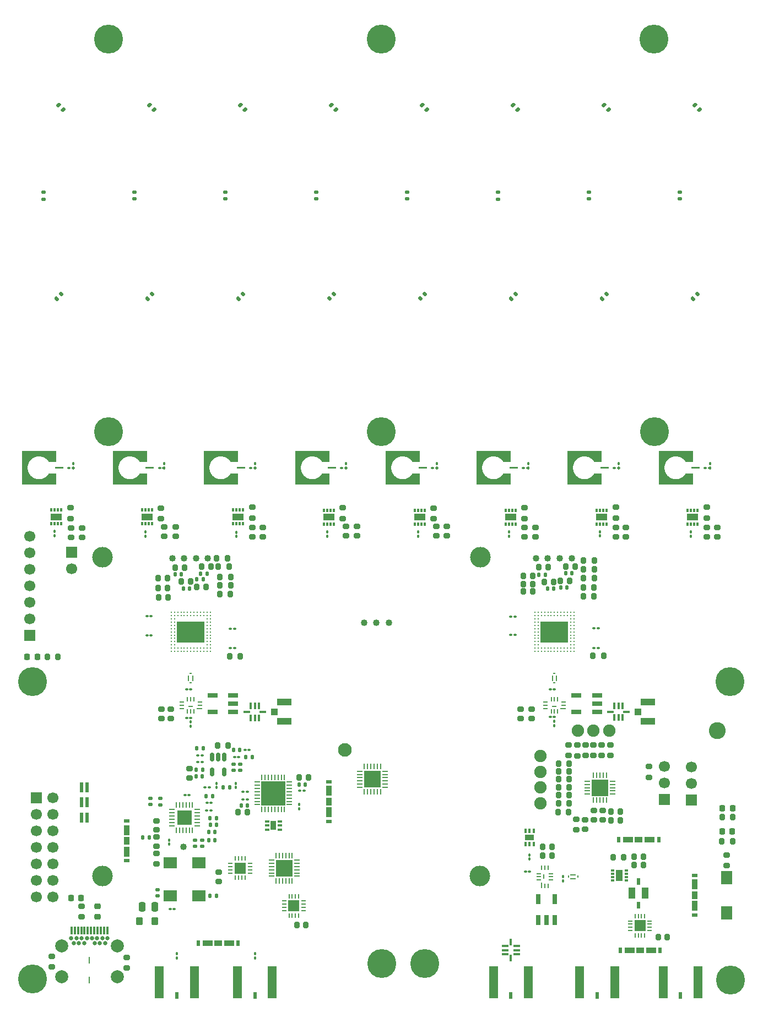
<source format=gbr>
%TF.GenerationSoftware,KiCad,Pcbnew,9.0.1*%
%TF.CreationDate,2025-06-02T14:00:06-06:00*%
%TF.ProjectId,PABA-DP,50414241-2d44-4502-9e6b-696361645f70,rev?*%
%TF.SameCoordinates,Original*%
%TF.FileFunction,Soldermask,Top*%
%TF.FilePolarity,Negative*%
%FSLAX46Y46*%
G04 Gerber Fmt 4.6, Leading zero omitted, Abs format (unit mm)*
G04 Created by KiCad (PCBNEW 9.0.1) date 2025-06-02 14:00:06*
%MOMM*%
%LPD*%
G01*
G04 APERTURE LIST*
G04 Aperture macros list*
%AMRoundRect*
0 Rectangle with rounded corners*
0 $1 Rounding radius*
0 $2 $3 $4 $5 $6 $7 $8 $9 X,Y pos of 4 corners*
0 Add a 4 corners polygon primitive as box body*
4,1,4,$2,$3,$4,$5,$6,$7,$8,$9,$2,$3,0*
0 Add four circle primitives for the rounded corners*
1,1,$1+$1,$2,$3*
1,1,$1+$1,$4,$5*
1,1,$1+$1,$6,$7*
1,1,$1+$1,$8,$9*
0 Add four rect primitives between the rounded corners*
20,1,$1+$1,$2,$3,$4,$5,0*
20,1,$1+$1,$4,$5,$6,$7,0*
20,1,$1+$1,$6,$7,$8,$9,0*
20,1,$1+$1,$8,$9,$2,$3,0*%
%AMRotRect*
0 Rectangle, with rotation*
0 The origin of the aperture is its center*
0 $1 length*
0 $2 width*
0 $3 Rotation angle, in degrees counterclockwise*
0 Add horizontal line*
21,1,$1,$2,0,0,$3*%
%AMFreePoly0*
4,1,13,0.160386,0.511434,0.161850,0.507898,0.161850,-0.787502,0.160386,-0.791038,0.156850,-0.792502,-0.109850,-0.792502,-0.113386,-0.791038,-0.114850,-0.787502,-0.114850,0.507898,-0.113386,0.511434,-0.109850,0.512898,0.156850,0.512898,0.160386,0.511434,0.160386,0.511434,$1*%
%AMFreePoly1*
4,1,44,3.984816,-0.982948,2.262816,-0.982948,2.262130,0.108387,2.373903,0.176308,2.577791,0.340114,2.755029,0.532439,2.901670,0.749000,3.014449,0.984973,3.090853,1.235103,3.129180,1.493818,3.128578,1.755356,3.089058,2.013891,3.011503,2.263666,2.897638,2.499117,2.750000,2.715000,2.571877,2.906507,2.367237,3.069371,2.140637,3.199966,1.897126,3.295384,1.642125,3.353497,
1.381316,3.373014,1.120507,3.353497,0.865506,3.295384,0.621995,3.199966,0.395395,3.069371,0.190755,2.906507,0.012632,2.715000,-0.135006,2.499117,-0.248871,2.263666,-0.326426,2.013891,-0.365946,1.755356,-0.366548,1.493818,-0.328221,1.235103,-0.251817,0.984973,-0.139038,0.749000,0.007603,0.532439,0.184841,0.340114,0.388729,0.176308,0.500502,0.108387,0.500502,-0.981914,
-1.222184,-0.982948,-1.222184,4.224052,3.984816,4.224052,3.984816,-0.982948,3.984816,-0.982948,$1*%
G04 Aperture macros list end*
%ADD10FreePoly0,90.000000*%
%ADD11FreePoly1,90.000000*%
%ADD12R,4.241800X3.251200*%
%ADD13R,0.254000X0.254000*%
%ADD14R,1.050000X1.000000*%
%ADD15R,2.200000X1.050000*%
%ADD16R,0.300000X0.750000*%
%ADD17R,1.450000X0.850000*%
%ADD18R,1.800000X2.000000*%
%ADD19R,0.300000X0.600000*%
%ADD20R,1.700000X1.100000*%
%ADD21R,0.600000X0.300000*%
%ADD22R,1.100000X1.700000*%
%ADD23R,0.610000X0.990000*%
%ADD24R,0.990000X1.750000*%
%ADD25RoundRect,0.140000X-0.140000X-0.170000X0.140000X-0.170000X0.140000X0.170000X-0.140000X0.170000X0*%
%ADD26RoundRect,0.135000X0.135000X0.185000X-0.135000X0.185000X-0.135000X-0.185000X0.135000X-0.185000X0*%
%ADD27RoundRect,0.100000X-0.100000X0.130000X-0.100000X-0.130000X0.100000X-0.130000X0.100000X0.130000X0*%
%ADD28RoundRect,0.100000X0.130000X0.100000X-0.130000X0.100000X-0.130000X-0.100000X0.130000X-0.100000X0*%
%ADD29C,4.445000*%
%ADD30RoundRect,0.196250X-0.196250X-0.278750X0.196250X-0.278750X0.196250X0.278750X-0.196250X0.278750X0*%
%ADD31RoundRect,0.197500X-0.197500X-0.277500X0.197500X-0.277500X0.197500X0.277500X-0.197500X0.277500X0*%
%ADD32RoundRect,0.135000X-0.226274X-0.035355X-0.035355X-0.226274X0.226274X0.035355X0.035355X0.226274X0*%
%ADD33RotRect,0.599948X0.400050X135.000000*%
%ADD34RoundRect,0.200000X-0.275000X0.200000X-0.275000X-0.200000X0.275000X-0.200000X0.275000X0.200000X0*%
%ADD35C,0.150000*%
%ADD36R,0.599948X0.400050*%
%ADD37R,0.600000X0.900000*%
%ADD38R,1.500000X0.900000*%
%ADD39R,1.200000X0.900000*%
%ADD40RoundRect,0.135000X-0.035355X0.226274X-0.226274X0.035355X0.035355X-0.226274X0.226274X-0.035355X0*%
%ADD41RoundRect,0.200000X-0.200000X-0.275000X0.200000X-0.275000X0.200000X0.275000X-0.200000X0.275000X0*%
%ADD42R,1.700000X1.700000*%
%ADD43C,1.700000*%
%ADD44C,3.175000*%
%ADD45RoundRect,0.196250X-0.278750X0.196250X-0.278750X-0.196250X0.278750X-0.196250X0.278750X0.196250X0*%
%ADD46RoundRect,0.197500X-0.277500X0.197500X-0.277500X-0.197500X0.277500X-0.197500X0.277500X0.197500X0*%
%ADD47RoundRect,0.140000X0.140000X0.170000X-0.140000X0.170000X-0.140000X-0.170000X0.140000X-0.170000X0*%
%ADD48R,1.650000X0.760000*%
%ADD49RoundRect,0.100000X0.100000X-0.130000X0.100000X0.130000X-0.100000X0.130000X-0.100000X-0.130000X0*%
%ADD50RoundRect,0.140000X0.170000X-0.140000X0.170000X0.140000X-0.170000X0.140000X-0.170000X-0.140000X0*%
%ADD51RoundRect,0.200000X0.275000X-0.200000X0.275000X0.200000X-0.275000X0.200000X-0.275000X-0.200000X0*%
%ADD52C,1.016000*%
%ADD53RoundRect,0.150000X-0.150000X0.512500X-0.150000X-0.512500X0.150000X-0.512500X0.150000X0.512500X0*%
%ADD54R,0.609600X1.524000*%
%ADD55RoundRect,0.196250X0.196250X0.278750X-0.196250X0.278750X-0.196250X-0.278750X0.196250X-0.278750X0*%
%ADD56RoundRect,0.197500X0.197500X0.277500X-0.197500X0.277500X-0.197500X-0.277500X0.197500X-0.277500X0*%
%ADD57RoundRect,0.100000X-0.130000X-0.100000X0.130000X-0.100000X0.130000X0.100000X-0.130000X0.100000X0*%
%ADD58RoundRect,0.062500X-0.062500X0.312500X-0.062500X-0.312500X0.062500X-0.312500X0.062500X0.312500X0*%
%ADD59RoundRect,0.062500X-0.312500X0.062500X-0.312500X-0.062500X0.312500X-0.062500X0.312500X0.062500X0*%
%ADD60RoundRect,0.135000X-0.135000X-0.185000X0.135000X-0.185000X0.135000X0.185000X-0.135000X0.185000X0*%
%ADD61RoundRect,0.135000X0.185000X-0.135000X0.185000X0.135000X-0.185000X0.135000X-0.185000X-0.135000X0*%
%ADD62C,1.905000*%
%ADD63R,0.900000X0.600000*%
%ADD64R,0.900000X1.500000*%
%ADD65R,0.900000X1.200000*%
%ADD66RotRect,0.599948X0.400050X225.000000*%
%ADD67R,0.620000X1.000000*%
%ADD68R,1.400000X5.000000*%
%ADD69RoundRect,0.218750X0.256250X-0.218750X0.256250X0.218750X-0.256250X0.218750X-0.256250X-0.218750X0*%
%ADD70RoundRect,0.250000X0.250000X0.475000X-0.250000X0.475000X-0.250000X-0.475000X0.250000X-0.475000X0*%
%ADD71RoundRect,0.140000X-0.170000X0.140000X-0.170000X-0.140000X0.170000X-0.140000X0.170000X0.140000X0*%
%ADD72RoundRect,0.062500X0.312500X0.062500X-0.312500X0.062500X-0.312500X-0.062500X0.312500X-0.062500X0*%
%ADD73RoundRect,0.062500X0.062500X0.312500X-0.062500X0.312500X-0.062500X-0.312500X0.062500X-0.312500X0*%
%ADD74RoundRect,0.062500X-0.350000X-0.062500X0.350000X-0.062500X0.350000X0.062500X-0.350000X0.062500X0*%
%ADD75RoundRect,0.062500X-0.062500X-0.350000X0.062500X-0.350000X0.062500X0.350000X-0.062500X0.350000X0*%
%ADD76R,2.600000X2.600000*%
%ADD77RoundRect,0.200000X0.200000X0.275000X-0.200000X0.275000X-0.200000X-0.275000X0.200000X-0.275000X0*%
%ADD78C,2.100000*%
%ADD79R,0.350000X1.000000*%
%ADD80R,1.000000X0.350000*%
%ADD81R,0.274600X0.804800*%
%ADD82R,0.804800X0.274600*%
%ADD83R,2.200000X2.200000*%
%ADD84RoundRect,0.250000X-0.275000X-0.350000X0.275000X-0.350000X0.275000X0.350000X-0.275000X0.350000X0*%
%ADD85RoundRect,0.135000X0.226274X0.035355X0.035355X0.226274X-0.226274X-0.035355X-0.035355X-0.226274X0*%
%ADD86R,2.000000X1.800000*%
%ADD87R,0.300000X1.200000*%
%ADD88C,0.650000*%
%ADD89C,2.012000*%
%ADD90R,0.200000X1.000000*%
%ADD91C,2.600000*%
%ADD92RoundRect,0.218750X-0.218750X-0.256250X0.218750X-0.256250X0.218750X0.256250X-0.218750X0.256250X0*%
%ADD93RoundRect,0.196250X0.278750X-0.196250X0.278750X0.196250X-0.278750X0.196250X-0.278750X-0.196250X0*%
%ADD94RoundRect,0.197500X0.277500X-0.197500X0.277500X0.197500X-0.277500X0.197500X-0.277500X-0.197500X0*%
%ADD95R,0.250000X0.850000*%
%ADD96R,0.250000X0.750000*%
%ADD97R,0.650000X0.250000*%
%ADD98R,0.250000X0.770000*%
%ADD99R,0.760000X1.650000*%
%ADD100RoundRect,0.062500X-0.375000X-0.062500X0.375000X-0.062500X0.375000X0.062500X-0.375000X0.062500X0*%
%ADD101RoundRect,0.062500X-0.062500X-0.375000X0.062500X-0.375000X0.062500X0.375000X-0.062500X0.375000X0*%
%ADD102RoundRect,0.062500X0.062500X-0.350000X0.062500X0.350000X-0.062500X0.350000X-0.062500X-0.350000X0*%
%ADD103RoundRect,0.062500X0.350000X-0.062500X0.350000X0.062500X-0.350000X0.062500X-0.350000X-0.062500X0*%
%ADD104R,0.400000X0.250000*%
%ADD105R,0.250000X0.810000*%
%ADD106R,0.850000X0.250000*%
%ADD107R,0.750000X0.250000*%
%ADD108R,0.250000X0.650000*%
%ADD109R,0.770000X0.250000*%
%ADD110RoundRect,0.062500X-0.337500X-0.062500X0.337500X-0.062500X0.337500X0.062500X-0.337500X0.062500X0*%
%ADD111RoundRect,0.062500X-0.062500X-0.337500X0.062500X-0.337500X0.062500X0.337500X-0.062500X0.337500X0*%
%ADD112R,3.700000X3.700000*%
%ADD113R,0.750000X0.300000*%
%ADD114R,0.850000X1.450000*%
%ADD115R,0.250000X0.400000*%
%ADD116R,0.810000X0.250000*%
G04 APERTURE END LIST*
D10*
%TO.C,J7*%
X71278456Y-90151640D03*
D11*
X69987567Y-91509046D03*
%TD*%
D10*
%TO.C,J9*%
X127177325Y-90153678D03*
D11*
X125886436Y-91511084D03*
%TD*%
D10*
%TO.C,J3*%
X57325336Y-90157914D03*
D11*
X56034447Y-91515320D03*
%TD*%
D10*
%TO.C,J5*%
X113197994Y-90161829D03*
D11*
X111907105Y-91519235D03*
%TD*%
D10*
%TO.C,J4*%
X85257107Y-90162508D03*
D11*
X83966218Y-91519914D03*
%TD*%
D10*
%TO.C,J8*%
X99255004Y-90155715D03*
D11*
X97964115Y-91513121D03*
%TD*%
D10*
%TO.C,J6*%
X141143070Y-90168621D03*
D11*
X139852181Y-91526027D03*
%TD*%
D10*
%TO.C,J10*%
X155131393Y-90180056D03*
D11*
X153840504Y-91537462D03*
%TD*%
D12*
%TO.C,U9*%
X133589527Y-115348419D03*
D13*
X136589527Y-118348419D03*
X136089527Y-118348419D03*
X135589527Y-118348419D03*
X135089527Y-118348419D03*
X134589527Y-118348419D03*
X134089527Y-118348419D03*
X133589527Y-118348419D03*
X133089527Y-118348419D03*
X132589527Y-118348419D03*
X132089527Y-118348419D03*
X131589527Y-118348419D03*
X131089527Y-118348419D03*
X130589527Y-118348419D03*
X136589527Y-117848419D03*
X136089527Y-117848419D03*
X135589527Y-117848419D03*
X135089527Y-117848419D03*
X134589527Y-117848419D03*
X134089527Y-117848419D03*
X133589527Y-117848419D03*
X133089527Y-117848419D03*
X132589527Y-117848419D03*
X132089527Y-117848419D03*
X131589527Y-117848419D03*
X131089527Y-117848419D03*
X130589527Y-117848419D03*
X136589527Y-117348419D03*
X136089527Y-117348419D03*
X131089527Y-117348419D03*
X130589527Y-117348419D03*
X136589527Y-116848419D03*
X136089527Y-116848419D03*
X131089527Y-116848419D03*
X130589527Y-116848419D03*
X136589527Y-116348419D03*
X136089527Y-116348419D03*
X131089527Y-116348419D03*
X130589527Y-116348419D03*
X136589527Y-115848419D03*
X136089527Y-115848419D03*
X131089527Y-115848419D03*
X130589527Y-115848419D03*
X136589527Y-115348419D03*
X136089527Y-115348419D03*
X131089527Y-115348419D03*
X130589527Y-115348419D03*
X136589527Y-114848419D03*
X136089527Y-114848419D03*
X131089527Y-114848419D03*
X130589527Y-114848419D03*
X136589527Y-114348419D03*
X136089527Y-114348419D03*
X131089527Y-114348419D03*
X130589527Y-114348419D03*
X136589527Y-113848419D03*
X136089527Y-113848419D03*
X131089527Y-113848419D03*
X130589527Y-113848419D03*
X136589527Y-113348419D03*
X136089527Y-113348419D03*
X131089527Y-113348419D03*
X130589527Y-113348419D03*
X136589527Y-112848419D03*
X136089527Y-112848419D03*
X135589527Y-112848419D03*
X135089527Y-112848419D03*
X134589527Y-112848419D03*
X134089527Y-112848419D03*
X133589527Y-112848419D03*
X133089527Y-112848419D03*
X132589527Y-112848419D03*
X132089527Y-112848419D03*
X131589527Y-112848419D03*
X131089527Y-112848419D03*
X130589527Y-112848419D03*
X136589527Y-112348419D03*
X136089527Y-112348419D03*
X135589527Y-112348419D03*
X135089527Y-112348419D03*
X134589527Y-112348419D03*
X134089527Y-112348419D03*
X133589527Y-112348419D03*
X133089527Y-112348419D03*
X132589527Y-112348419D03*
X132089527Y-112348419D03*
X131589527Y-112348419D03*
X131089527Y-112348419D03*
X130589527Y-112348419D03*
%TD*%
D12*
%TO.C,U8*%
X77698857Y-115348419D03*
D13*
X80698857Y-118348419D03*
X80198857Y-118348419D03*
X79698857Y-118348419D03*
X79198857Y-118348419D03*
X78698857Y-118348419D03*
X78198857Y-118348419D03*
X77698857Y-118348419D03*
X77198857Y-118348419D03*
X76698857Y-118348419D03*
X76198857Y-118348419D03*
X75698857Y-118348419D03*
X75198857Y-118348419D03*
X74698857Y-118348419D03*
X80698857Y-117848419D03*
X80198857Y-117848419D03*
X79698857Y-117848419D03*
X79198857Y-117848419D03*
X78698857Y-117848419D03*
X78198857Y-117848419D03*
X77698857Y-117848419D03*
X77198857Y-117848419D03*
X76698857Y-117848419D03*
X76198857Y-117848419D03*
X75698857Y-117848419D03*
X75198857Y-117848419D03*
X74698857Y-117848419D03*
X80698857Y-117348419D03*
X80198857Y-117348419D03*
X75198857Y-117348419D03*
X74698857Y-117348419D03*
X80698857Y-116848419D03*
X80198857Y-116848419D03*
X75198857Y-116848419D03*
X74698857Y-116848419D03*
X80698857Y-116348419D03*
X80198857Y-116348419D03*
X75198857Y-116348419D03*
X74698857Y-116348419D03*
X80698857Y-115848419D03*
X80198857Y-115848419D03*
X75198857Y-115848419D03*
X74698857Y-115848419D03*
X80698857Y-115348419D03*
X80198857Y-115348419D03*
X75198857Y-115348419D03*
X74698857Y-115348419D03*
X80698857Y-114848419D03*
X80198857Y-114848419D03*
X75198857Y-114848419D03*
X74698857Y-114848419D03*
X80698857Y-114348419D03*
X80198857Y-114348419D03*
X75198857Y-114348419D03*
X74698857Y-114348419D03*
X80698857Y-113848419D03*
X80198857Y-113848419D03*
X75198857Y-113848419D03*
X74698857Y-113848419D03*
X80698857Y-113348419D03*
X80198857Y-113348419D03*
X75198857Y-113348419D03*
X74698857Y-113348419D03*
X80698857Y-112848419D03*
X80198857Y-112848419D03*
X79698857Y-112848419D03*
X79198857Y-112848419D03*
X78698857Y-112848419D03*
X78198857Y-112848419D03*
X77698857Y-112848419D03*
X77198857Y-112848419D03*
X76698857Y-112848419D03*
X76198857Y-112848419D03*
X75698857Y-112848419D03*
X75198857Y-112848419D03*
X74698857Y-112848419D03*
X80698857Y-112348419D03*
X80198857Y-112348419D03*
X79698857Y-112348419D03*
X79198857Y-112348419D03*
X78698857Y-112348419D03*
X78198857Y-112348419D03*
X77698857Y-112348419D03*
X77198857Y-112348419D03*
X76698857Y-112348419D03*
X76198857Y-112348419D03*
X75698857Y-112348419D03*
X75198857Y-112348419D03*
X74698857Y-112348419D03*
%TD*%
D14*
%TO.C,RX1*%
X90560137Y-127641759D03*
D15*
X92085138Y-126166758D03*
X92085138Y-129116760D03*
%TD*%
D14*
%TO.C,RX2*%
X146440137Y-127616359D03*
D15*
X147965138Y-126141358D03*
X147965138Y-129091360D03*
%TD*%
D16*
%TO.C,U12*%
X130425457Y-145980809D03*
X129775457Y-145980809D03*
X129125457Y-145980809D03*
X129125457Y-147980809D03*
X129775457Y-147980809D03*
X130425457Y-147980809D03*
D17*
X129775457Y-146980809D03*
%TD*%
D18*
%TO.C,S3*%
X160081717Y-158558384D03*
X160081717Y-153158384D03*
%TD*%
D19*
%TO.C,U15*%
X57767727Y-96605319D03*
X57267727Y-96605319D03*
X56767727Y-96605319D03*
X56267727Y-96605319D03*
X56267727Y-98705319D03*
X56767727Y-98705319D03*
X57267727Y-98705319D03*
X57767727Y-98705319D03*
D20*
X57017727Y-97655319D03*
%TD*%
D19*
%TO.C,U16*%
X71715377Y-96605319D03*
X71215377Y-96605319D03*
X70715377Y-96605319D03*
X70215377Y-96605319D03*
X70215377Y-98705319D03*
X70715377Y-98705319D03*
X71215377Y-98705319D03*
X71715377Y-98705319D03*
D20*
X70965377Y-97655319D03*
%TD*%
D19*
%TO.C,U20*%
X127611627Y-96642909D03*
X127111627Y-96642909D03*
X126611627Y-96642909D03*
X126111627Y-96642909D03*
X126111627Y-98742909D03*
X126611627Y-98742909D03*
X127111627Y-98742909D03*
X127611627Y-98742909D03*
D20*
X126861627Y-97692909D03*
%TD*%
D19*
%TO.C,U19*%
X113636547Y-96642909D03*
X113136547Y-96642909D03*
X112636547Y-96642909D03*
X112136547Y-96642909D03*
X112136547Y-98742909D03*
X112636547Y-98742909D03*
X113136547Y-98742909D03*
X113636547Y-98742909D03*
D20*
X112886547Y-97692909D03*
%TD*%
D21*
%TO.C,U13*%
X142531046Y-152031326D03*
X142531046Y-152531326D03*
X142531046Y-153031326D03*
X142531046Y-153531326D03*
X144631046Y-153531326D03*
X144631046Y-153031326D03*
X144631046Y-152531326D03*
X144631046Y-152031326D03*
D22*
X143581046Y-152781326D03*
%TD*%
D19*
%TO.C,U18*%
X99666547Y-96642909D03*
X99166547Y-96642909D03*
X98666547Y-96642909D03*
X98166547Y-96642909D03*
X98166547Y-98742909D03*
X98666547Y-98742909D03*
X99166547Y-98742909D03*
X99666547Y-98742909D03*
D20*
X98916547Y-97692909D03*
%TD*%
D19*
%TO.C,U22*%
X155561537Y-96642909D03*
X155061537Y-96642909D03*
X154561537Y-96642909D03*
X154061537Y-96642909D03*
X154061537Y-98742909D03*
X154561537Y-98742909D03*
X155061537Y-98742909D03*
X155561537Y-98742909D03*
D20*
X154811537Y-97692909D03*
%TD*%
D19*
%TO.C,U17*%
X85692997Y-96615989D03*
X85192997Y-96615989D03*
X84692997Y-96615989D03*
X84192997Y-96615989D03*
X84192997Y-98715989D03*
X84692997Y-98715989D03*
X85192997Y-98715989D03*
X85692997Y-98715989D03*
D20*
X84942997Y-97665989D03*
%TD*%
D19*
%TO.C,U21*%
X141575027Y-96649259D03*
X141075027Y-96649259D03*
X140575027Y-96649259D03*
X140075027Y-96649259D03*
X140075027Y-98749259D03*
X140575027Y-98749259D03*
X141075027Y-98749259D03*
X141575027Y-98749259D03*
D20*
X140825027Y-97699259D03*
%TD*%
D23*
%TO.C,FL3*%
X146478497Y-153706139D03*
D24*
X145461497Y-155521139D03*
D23*
X146478497Y-157336139D03*
D24*
X147495497Y-155521139D03*
%TD*%
D25*
%TO.C,C42*%
X135345677Y-106334176D03*
X136305677Y-106334176D03*
%TD*%
D26*
%TO.C,R117*%
X79550957Y-136525159D03*
X78530957Y-136525159D03*
%TD*%
D27*
%TO.C,C18*%
X59663728Y-89469420D03*
X59663728Y-90109420D03*
%TD*%
D28*
%TO.C,C51*%
X115502240Y-90150506D03*
X114862240Y-90150506D03*
%TD*%
%TO.C,R114*%
X79441037Y-135380889D03*
X78801037Y-135380889D03*
%TD*%
D29*
%TO.C,*%
X53400930Y-168754394D03*
%TD*%
D27*
%TO.C,R52*%
X84611200Y-138638769D03*
X84611200Y-139278769D03*
%TD*%
D29*
%TO.C,REF\u002A\u002A*%
X148922600Y-24169596D03*
%TD*%
D30*
%TO.C,C35*%
X75308100Y-105468600D03*
D31*
X76745600Y-105468600D03*
%TD*%
D27*
%TO.C,C156*%
X101574313Y-89479973D03*
X101574313Y-90119973D03*
%TD*%
D32*
%TO.C,R187*%
X99289074Y-34324539D03*
X100010322Y-35045787D03*
%TD*%
D33*
%TO.C,X13*%
X141590927Y-63424492D03*
X140955165Y-64060598D03*
%TD*%
D34*
%TO.C,R125*%
X59253373Y-96248778D03*
X59253373Y-97898778D03*
%TD*%
D35*
%TO.C,SNS2*%
X60274957Y-47464119D03*
X61172982Y-46566094D03*
%TD*%
D30*
%TO.C,C108*%
X94318963Y-137704605D03*
D31*
X95756463Y-137704605D03*
%TD*%
D36*
%TO.C,X8*%
X69039093Y-48726409D03*
X69038850Y-47827063D03*
%TD*%
D30*
%TO.C,C83*%
X131816950Y-149732200D03*
D31*
X133254450Y-149732200D03*
%TD*%
D37*
%TO.C,P19*%
X78874740Y-163203557D03*
D38*
X80274740Y-163203557D03*
D39*
X81924740Y-163203557D03*
D38*
X83574740Y-163203557D03*
D37*
X84974740Y-163203557D03*
%TD*%
D40*
%TO.C,R177*%
X141634948Y-63389820D03*
X140913700Y-64111068D03*
%TD*%
D41*
%TO.C,R39*%
X138058260Y-107119057D03*
X139708260Y-107119057D03*
%TD*%
D42*
%TO.C,P1*%
X53951459Y-140844486D03*
D43*
X56491459Y-140844486D03*
X53951459Y-143384486D03*
X56491459Y-143384486D03*
X53951459Y-145924486D03*
X56491459Y-145924486D03*
X53951459Y-148464486D03*
X56491459Y-148464486D03*
X53951459Y-151004486D03*
X56491459Y-151004486D03*
X53951459Y-153544486D03*
X56491459Y-153544486D03*
X53951459Y-156084486D03*
X56491459Y-156084486D03*
%TD*%
D44*
%TO.C,*%
X64174161Y-152897782D03*
%TD*%
D45*
%TO.C,C27*%
X73189863Y-127207645D03*
D46*
X73189863Y-128645145D03*
%TD*%
D27*
%TO.C,C82*%
X77698847Y-129188342D03*
X77698847Y-129828342D03*
%TD*%
%TO.C,C54*%
X126608558Y-99992750D03*
X126608558Y-100632750D03*
%TD*%
D47*
%TO.C,C60*%
X86404447Y-142015200D03*
X85444447Y-142015200D03*
%TD*%
D28*
%TO.C,C84*%
X129775457Y-152194679D03*
X129135457Y-152194679D03*
%TD*%
D25*
%TO.C,C132*%
X80683040Y-143963998D03*
X81643040Y-143963998D03*
%TD*%
D27*
%TO.C,C47*%
X98677669Y-99974951D03*
X98677669Y-100614951D03*
%TD*%
D40*
%TO.C,R176*%
X71786172Y-63388368D03*
X71064924Y-64109616D03*
%TD*%
D30*
%TO.C,C7*%
X142254783Y-144305023D03*
D31*
X143692283Y-144305023D03*
%TD*%
D48*
%TO.C,T3*%
X140124855Y-125076349D03*
X140124855Y-126346349D03*
X140124855Y-127616349D03*
X136944855Y-127616349D03*
X136944855Y-125076349D03*
%TD*%
D49*
%TO.C,C57*%
X75541117Y-165479432D03*
X75541117Y-164839432D03*
%TD*%
D36*
%TO.C,X18*%
X83008073Y-48726919D03*
X83007830Y-47827573D03*
%TD*%
D45*
%TO.C,C106*%
X157011982Y-99303367D03*
D46*
X157011982Y-100740867D03*
%TD*%
D50*
%TO.C,C74*%
X84285467Y-136666688D03*
X84285467Y-135706688D03*
%TD*%
D25*
%TO.C,C45*%
X131209537Y-106582223D03*
X132169537Y-106582223D03*
%TD*%
D41*
%TO.C,R71*%
X134206467Y-138012329D03*
X135856467Y-138012329D03*
%TD*%
D25*
%TO.C,C37*%
X75310877Y-106524326D03*
X76270877Y-106524326D03*
%TD*%
D45*
%TO.C,C8*%
X139669502Y-142783097D03*
D46*
X139669502Y-144220597D03*
%TD*%
D27*
%TO.C,C25*%
X70703270Y-99994294D03*
X70703270Y-100634294D03*
%TD*%
D51*
%TO.C,R97*%
X136929179Y-145804087D03*
X136929179Y-144154087D03*
%TD*%
D28*
%TO.C,R70*%
X84422657Y-114865559D03*
X83782657Y-114865559D03*
%TD*%
D41*
%TO.C,R124*%
X142580510Y-150005172D03*
X144230510Y-150005172D03*
%TD*%
D28*
%TO.C,C61*%
X80534533Y-139278769D03*
X79894533Y-139278769D03*
%TD*%
D52*
%TO.C,MUXOUT1*%
X76562197Y-148415149D03*
%TD*%
D53*
%TO.C,A2*%
X82839377Y-134589679D03*
X81889377Y-134589679D03*
X80939377Y-134589679D03*
X80939377Y-136864679D03*
X82839377Y-136864679D03*
%TD*%
D54*
%TO.C,P15*%
X61745746Y-143876737D03*
X60932946Y-143876737D03*
%TD*%
D36*
%TO.C,X2*%
X55068073Y-48726919D03*
X55067830Y-47827573D03*
%TD*%
D44*
%TO.C,*%
X64167161Y-103893286D03*
%TD*%
D34*
%TO.C,R128*%
X101055532Y-96244029D03*
X101055532Y-97894029D03*
%TD*%
D45*
%TO.C,C104*%
X143024785Y-99281269D03*
D46*
X143024785Y-100718769D03*
%TD*%
D55*
%TO.C,C31*%
X77641477Y-107567554D03*
D56*
X76203977Y-107567554D03*
%TD*%
D57*
%TO.C,C69*%
X80187907Y-141602633D03*
X80827907Y-141602633D03*
%TD*%
D29*
%TO.C,*%
X160657969Y-168883127D03*
%TD*%
D40*
%TO.C,R169*%
X57817142Y-63397181D03*
X57095894Y-64118429D03*
%TD*%
D34*
%TO.C,R190*%
X140848097Y-132710059D03*
X140848097Y-134360059D03*
%TD*%
D45*
%TO.C,C101*%
X128964998Y-99323562D03*
D46*
X128964998Y-100761062D03*
%TD*%
D34*
%TO.C,R131*%
X143070603Y-96183300D03*
X143070603Y-97833300D03*
%TD*%
D28*
%TO.C,R35*%
X75148577Y-158002379D03*
X74508577Y-158002379D03*
%TD*%
D58*
%TO.C,U10*%
X147478557Y-159040789D03*
X146978557Y-159040789D03*
X146478557Y-159040789D03*
X145978557Y-159040789D03*
D59*
X145228557Y-159790789D03*
X145228557Y-160290789D03*
X145228557Y-160790789D03*
X145228557Y-161290789D03*
D58*
X145978557Y-162040789D03*
X146478557Y-162040789D03*
X146978557Y-162040789D03*
X147478557Y-162040789D03*
D59*
X148228557Y-161290789D03*
X148228557Y-160790789D03*
X148228557Y-160290789D03*
X148228557Y-159790789D03*
D42*
X146728557Y-160540789D03*
%TD*%
D60*
%TO.C,R116*%
X80079587Y-140613539D03*
X81099587Y-140613539D03*
%TD*%
D40*
%TO.C,R184*%
X99723860Y-63382715D03*
X99002612Y-64103963D03*
%TD*%
D27*
%TO.C,C55*%
X154559434Y-99968259D03*
X154559434Y-100608259D03*
%TD*%
D33*
%TO.C,X22*%
X155562707Y-63426272D03*
X154926945Y-64062378D03*
%TD*%
D28*
%TO.C,C63*%
X86379444Y-139917067D03*
X85739444Y-139917067D03*
%TD*%
D27*
%TO.C,C21*%
X115558178Y-89482763D03*
X115558178Y-90122763D03*
%TD*%
D61*
%TO.C,R182*%
X83004272Y-48774452D03*
X83004272Y-47754452D03*
%TD*%
D62*
%TO.C,W2*%
X131445757Y-136890409D03*
%TD*%
D36*
%TO.C,X3*%
X110948073Y-48726919D03*
X110947830Y-47827573D03*
%TD*%
D27*
%TO.C,C26*%
X84709757Y-100014766D03*
X84709757Y-100654766D03*
%TD*%
D50*
%TO.C,C16*%
X72605101Y-155965585D03*
X72605101Y-155005585D03*
%TD*%
D63*
%TO.C,P13*%
X98971909Y-144480080D03*
D64*
X98971909Y-143080080D03*
D65*
X98971909Y-141430080D03*
D64*
X98971909Y-139780080D03*
D63*
X98971909Y-138380080D03*
%TD*%
D49*
%TO.C,C85*%
X129775457Y-150290099D03*
X129775457Y-149650099D03*
%TD*%
D52*
%TO.C,CR1_1*%
X134428227Y-104019759D03*
%TD*%
D34*
%TO.C,R86*%
X67868962Y-165407892D03*
X67868962Y-167057892D03*
%TD*%
D29*
%TO.C,*%
X107012094Y-24169596D03*
%TD*%
D41*
%TO.C,R37*%
X81680722Y-104042971D03*
X83330722Y-104042971D03*
%TD*%
D45*
%TO.C,C97*%
X101543378Y-99103264D03*
D46*
X101543378Y-100540764D03*
%TD*%
D27*
%TO.C,C155*%
X73626260Y-89471341D03*
X73626260Y-90111341D03*
%TD*%
D66*
%TO.C,X15*%
X141234925Y-34368959D03*
X141871031Y-35004721D03*
%TD*%
%TO.C,X9*%
X127269258Y-34369069D03*
X127905364Y-35004831D03*
%TD*%
D35*
%TO.C,SNS3*%
X74231145Y-47467771D03*
X75129170Y-46569746D03*
%TD*%
D25*
%TO.C,C38*%
X78637253Y-107285070D03*
X79597253Y-107285070D03*
%TD*%
D67*
%TO.C,EXT_LO1*%
X75541117Y-171242504D03*
D68*
X72841117Y-169242504D03*
X78241117Y-169242504D03*
%TD*%
D55*
%TO.C,C11*%
X86404447Y-143101833D03*
D56*
X84966947Y-143101833D03*
%TD*%
D26*
%TO.C,R49*%
X83690356Y-139278769D03*
X82670356Y-139278769D03*
%TD*%
D30*
%TO.C,C86*%
X145832831Y-149912954D03*
D31*
X147270331Y-149912954D03*
%TD*%
D45*
%TO.C,C94*%
X73656800Y-99209199D03*
D46*
X73656800Y-100646699D03*
%TD*%
D69*
%TO.C,E2*%
X63372914Y-159152116D03*
X63372914Y-157577116D03*
%TD*%
D52*
%TO.C,SDO1*%
X106248957Y-113900359D03*
%TD*%
D63*
%TO.C,P5*%
X67860774Y-150548224D03*
D64*
X67860774Y-149148224D03*
D65*
X67860774Y-147498224D03*
D64*
X67860774Y-145848224D03*
D63*
X67860774Y-144448224D03*
%TD*%
D28*
%TO.C,C12*%
X86404447Y-141107779D03*
X85764447Y-141107779D03*
%TD*%
D41*
%TO.C,R47*%
X55664922Y-119150801D03*
X57314922Y-119150801D03*
%TD*%
D57*
%TO.C,R84*%
X139659097Y-114749739D03*
X140299097Y-114749739D03*
%TD*%
D30*
%TO.C,C43*%
X131203978Y-105396191D03*
D31*
X132641478Y-105396191D03*
%TD*%
D45*
%TO.C,C92*%
X59276870Y-99359083D03*
D46*
X59276870Y-100796583D03*
%TD*%
D30*
%TO.C,C76*%
X131816950Y-148367261D03*
D31*
X133254450Y-148367261D03*
%TD*%
D30*
%TO.C,C4*%
X142243805Y-142965736D03*
D31*
X143681305Y-142965736D03*
%TD*%
D34*
%TO.C,R132*%
X156999647Y-96184537D03*
X156999647Y-97834537D03*
%TD*%
D55*
%TO.C,C28*%
X130256346Y-109143096D03*
D56*
X128818846Y-109143096D03*
%TD*%
D70*
%TO.C,C15*%
X72134217Y-157589382D03*
X70234217Y-157589382D03*
%TD*%
D57*
%TO.C,R82*%
X139659607Y-117803829D03*
X140299607Y-117803829D03*
%TD*%
D71*
%TO.C,C64*%
X71526120Y-140937093D03*
X71526120Y-141897093D03*
%TD*%
D47*
%TO.C,C75*%
X85253067Y-133502049D03*
X84293067Y-133502049D03*
%TD*%
D61*
%TO.C,R185*%
X152853888Y-48779777D03*
X152853888Y-47759777D03*
%TD*%
D72*
%TO.C,U23*%
X86804177Y-152418259D03*
X86804177Y-151918259D03*
X86804177Y-151418259D03*
X86804177Y-150918259D03*
D73*
X86054177Y-150168259D03*
X85554177Y-150168259D03*
X85054177Y-150168259D03*
X84554177Y-150168259D03*
D72*
X83804177Y-150918259D03*
X83804177Y-151418259D03*
X83804177Y-151918259D03*
X83804177Y-152418259D03*
D73*
X84554177Y-153168259D03*
X85054177Y-153168259D03*
X85554177Y-153168259D03*
X86054177Y-153168259D03*
D42*
X85304177Y-151668259D03*
%TD*%
D27*
%TO.C,C53*%
X112634826Y-99981590D03*
X112634826Y-100621590D03*
%TD*%
D61*
%TO.C,R166*%
X55066920Y-48785063D03*
X55066920Y-47765063D03*
%TD*%
D74*
%TO.C,U25*%
X90108950Y-150418449D03*
X90108950Y-150918449D03*
X90108950Y-151418449D03*
X90108950Y-151918449D03*
X90108950Y-152418449D03*
X90108950Y-152918449D03*
D75*
X90796450Y-153605949D03*
X91296450Y-153605949D03*
X91796450Y-153605949D03*
X92296450Y-153605949D03*
X92796450Y-153605949D03*
X93296450Y-153605949D03*
D74*
X93983950Y-152918449D03*
X93983950Y-152418449D03*
X93983950Y-151918449D03*
X93983950Y-151418449D03*
X93983950Y-150918449D03*
X93983950Y-150418449D03*
D75*
X93296450Y-149730949D03*
X92796450Y-149730949D03*
X92296450Y-149730949D03*
X91796450Y-149730949D03*
X91296450Y-149730949D03*
X90796450Y-149730949D03*
D76*
X92046450Y-151668449D03*
%TD*%
D66*
%TO.C,X23*%
X99326091Y-34369403D03*
X99962197Y-35005165D03*
%TD*%
D54*
%TO.C,P14*%
X61757407Y-139214696D03*
X60944607Y-139214696D03*
%TD*%
D37*
%TO.C,P4*%
X143747042Y-164345861D03*
D38*
X145147042Y-164345861D03*
D39*
X146797042Y-164345861D03*
D38*
X148447042Y-164345861D03*
D37*
X149847042Y-164345861D03*
%TD*%
D62*
%TO.C,W7*%
X131445757Y-141680339D03*
%TD*%
D60*
%TO.C,R44*%
X70280847Y-146947029D03*
X71300847Y-146947029D03*
%TD*%
D77*
%TO.C,R20*%
X135856467Y-136796169D03*
X134206467Y-136796169D03*
%TD*%
D58*
%TO.C,U24*%
X94294957Y-155980289D03*
X93794957Y-155980289D03*
X93294957Y-155980289D03*
X92794957Y-155980289D03*
D59*
X92044957Y-156730289D03*
X92044957Y-157230289D03*
X92044957Y-157730289D03*
X92044957Y-158230289D03*
D58*
X92794957Y-158980289D03*
X93294957Y-158980289D03*
X93794957Y-158980289D03*
X94294957Y-158980289D03*
D59*
X95044957Y-158230289D03*
X95044957Y-157730289D03*
X95044957Y-157230289D03*
X95044957Y-156730289D03*
D42*
X93544957Y-157480289D03*
%TD*%
D30*
%TO.C,C9*%
X149520147Y-162294979D03*
D31*
X150957647Y-162294979D03*
%TD*%
D34*
%TO.C,R111*%
X56346935Y-165220114D03*
X56346935Y-166870114D03*
%TD*%
D35*
%TO.C,SNS8*%
X102184957Y-47464119D03*
X103082982Y-46566094D03*
%TD*%
D36*
%TO.C,X7*%
X124918073Y-48726919D03*
X124917830Y-47827573D03*
%TD*%
D47*
%TO.C,C33*%
X77545633Y-108667173D03*
X76585633Y-108667173D03*
%TD*%
D62*
%TO.C,W1*%
X131445757Y-134383169D03*
%TD*%
D29*
%TO.C,*%
X53400263Y-123016664D03*
%TD*%
D57*
%TO.C,R87*%
X86024717Y-133502049D03*
X86664717Y-133502049D03*
%TD*%
D44*
%TO.C,*%
X122178640Y-103876037D03*
%TD*%
D51*
%TO.C,R65*%
X148143717Y-137712879D03*
X148143717Y-136062879D03*
%TD*%
D71*
%TO.C,C65*%
X73016925Y-140966461D03*
X73016925Y-141926461D03*
%TD*%
D41*
%TO.C,R42*%
X138072897Y-104367299D03*
X139722897Y-104367299D03*
%TD*%
D77*
%TO.C,R69*%
X85299307Y-119081959D03*
X83649307Y-119081959D03*
%TD*%
D25*
%TO.C,C113*%
X80470608Y-147342205D03*
X81430608Y-147342205D03*
%TD*%
D27*
%TO.C,C134*%
X94391727Y-141891749D03*
X94391727Y-142531749D03*
%TD*%
D25*
%TO.C,C136*%
X94359217Y-138800736D03*
X95319217Y-138800736D03*
%TD*%
D35*
%TO.C,SNS6*%
X144094957Y-47464119D03*
X144992982Y-46566094D03*
%TD*%
D33*
%TO.C,X17*%
X85710927Y-63424492D03*
X85075165Y-64060598D03*
%TD*%
D40*
%TO.C,R186*%
X155606214Y-63390995D03*
X154884966Y-64112243D03*
%TD*%
D28*
%TO.C,C81*%
X77698847Y-128545329D03*
X77058847Y-128545329D03*
%TD*%
D35*
%TO.C,SNS5*%
X88214957Y-47464119D03*
X89112982Y-46566094D03*
%TD*%
D45*
%TO.C,C72*%
X77497987Y-136344505D03*
D46*
X77497987Y-137782005D03*
%TD*%
D78*
%TO.C,VTUNE1*%
X101407494Y-133501731D03*
%TD*%
D79*
%TO.C,FL5*%
X142784657Y-128516359D03*
X143434657Y-128516359D03*
X144084657Y-128516359D03*
D80*
X144634657Y-127616359D03*
D79*
X144084657Y-126716359D03*
X143434657Y-126716359D03*
X142784657Y-126716359D03*
D80*
X142234657Y-127616359D03*
%TD*%
D45*
%TO.C,C109*%
X82001904Y-152313042D03*
D46*
X82001904Y-153750542D03*
%TD*%
D27*
%TO.C,C157*%
X129543659Y-89479043D03*
X129543659Y-90119043D03*
%TD*%
D52*
%TO.C,CR2_0*%
X80340957Y-104019759D03*
%TD*%
D37*
%TO.C,P12*%
X143503600Y-147256558D03*
D38*
X144903600Y-147256558D03*
D39*
X146553600Y-147256558D03*
D38*
X148203600Y-147256558D03*
D37*
X149603600Y-147256558D03*
%TD*%
D30*
%TO.C,C32*%
X79343840Y-105301754D03*
D31*
X80781340Y-105301754D03*
%TD*%
D33*
%TO.C,X10*%
X127620927Y-63424492D03*
X126985165Y-64060598D03*
%TD*%
D61*
%TO.C,R171*%
X124906122Y-48788256D03*
X124906122Y-47768256D03*
%TD*%
D81*
%TO.C,U5*%
X77967838Y-141953899D03*
X77467839Y-141953899D03*
X76967838Y-141953899D03*
X76467838Y-141953899D03*
X75967837Y-141953899D03*
X75467838Y-141953899D03*
D82*
X74765439Y-142656298D03*
X74765439Y-143156297D03*
X74765439Y-143656298D03*
X74765439Y-144156298D03*
X74765439Y-144656299D03*
X74765439Y-145156298D03*
D81*
X75467838Y-145858697D03*
X75967837Y-145858697D03*
X76467838Y-145858697D03*
X76967838Y-145858697D03*
X77467839Y-145858697D03*
X77967838Y-145858697D03*
D82*
X78670237Y-145156298D03*
X78670237Y-144656299D03*
X78670237Y-144156298D03*
X78670237Y-143656298D03*
X78670237Y-143156297D03*
X78670237Y-142656298D03*
D83*
X76717838Y-143906298D03*
%TD*%
D51*
%TO.C,R78*%
X142168530Y-134353599D03*
X142168530Y-132703599D03*
%TD*%
D27*
%TO.C,C22*%
X143497078Y-89477623D03*
X143497078Y-90117623D03*
%TD*%
D45*
%TO.C,C100*%
X115405353Y-99099775D03*
D46*
X115405353Y-100537275D03*
%TD*%
D45*
%TO.C,C78*%
X130061913Y-127220149D03*
D46*
X130061913Y-128657649D03*
%TD*%
D25*
%TO.C,C34*%
X79230052Y-106362938D03*
X80190052Y-106362938D03*
%TD*%
D28*
%TO.C,C77*%
X133589517Y-124148802D03*
X132949517Y-124148802D03*
%TD*%
D84*
%TO.C,E1*%
X69834217Y-159841339D03*
X72134217Y-159841339D03*
%TD*%
D55*
%TO.C,C165*%
X74186440Y-110038096D03*
D56*
X72748940Y-110038096D03*
%TD*%
D77*
%TO.C,R38*%
X83590529Y-105334688D03*
X81940529Y-105334688D03*
%TD*%
D51*
%TO.C,R72*%
X137090389Y-134405132D03*
X137090389Y-132755132D03*
%TD*%
D33*
%TO.C,X12*%
X71742707Y-63426272D03*
X71106945Y-64062378D03*
%TD*%
D49*
%TO.C,C24*%
X56765671Y-100530452D03*
X56765671Y-99890452D03*
%TD*%
D33*
%TO.C,X20*%
X99680927Y-63424490D03*
X99045165Y-64060596D03*
%TD*%
D44*
%TO.C,*%
X122161643Y-152883285D03*
%TD*%
D33*
%TO.C,X5*%
X57770927Y-63424492D03*
X57135165Y-64060598D03*
%TD*%
D63*
%TO.C,P7*%
X155111516Y-158870716D03*
D64*
X155111516Y-157470716D03*
D65*
X155111516Y-155820716D03*
D64*
X155111516Y-154170716D03*
D63*
X155111516Y-152770716D03*
%TD*%
D52*
%TO.C,CR3_1*%
X130745227Y-104019759D03*
%TD*%
D48*
%TO.C,T1*%
X84219457Y-125101759D03*
X84219457Y-126371759D03*
X84219457Y-127641759D03*
X81039457Y-127641759D03*
X81039457Y-125101759D03*
%TD*%
D67*
%TO.C,TXIN1*%
X126910837Y-171242014D03*
D68*
X124210837Y-169242014D03*
X129610837Y-169242014D03*
%TD*%
D30*
%TO.C,C87*%
X145796603Y-151166429D03*
D31*
X147234103Y-151166429D03*
%TD*%
D85*
%TO.C,R179*%
X141921916Y-35051398D03*
X141200668Y-34330150D03*
%TD*%
D45*
%TO.C,C105*%
X158619117Y-99303367D03*
D46*
X158619117Y-100740867D03*
%TD*%
D45*
%TO.C,C103*%
X144547334Y-99274220D03*
D46*
X144547334Y-100711720D03*
%TD*%
D86*
%TO.C,Y1*%
X78934767Y-155924409D03*
X78934767Y-150844409D03*
X74534767Y-150844409D03*
X74534767Y-155924409D03*
%TD*%
D66*
%TO.C,X14*%
X85353595Y-34371240D03*
X85989701Y-35007002D03*
%TD*%
D87*
%TO.C,P16*%
X59377203Y-161236305D03*
X59877203Y-161236305D03*
X60377203Y-161236305D03*
X60877203Y-161236305D03*
X61377203Y-161236305D03*
X61877203Y-161236305D03*
X62377203Y-161236305D03*
X62877203Y-161236305D03*
X63377203Y-161236305D03*
X63877203Y-161236305D03*
X64377203Y-161236305D03*
X64877203Y-161236305D03*
D88*
X64927203Y-162486305D03*
X64527203Y-163186305D03*
X63727203Y-163186305D03*
X63327203Y-162486305D03*
X62927203Y-163186305D03*
X62527203Y-162486305D03*
X61727203Y-162486305D03*
X61327203Y-163186305D03*
X60927203Y-162486305D03*
X60527203Y-163186305D03*
X59727203Y-163186305D03*
X59327203Y-162486305D03*
X64127203Y-162486305D03*
X60127203Y-162486305D03*
D89*
X66397203Y-168366305D03*
X66397203Y-163636305D03*
X57857203Y-163636305D03*
X57857203Y-168366305D03*
D90*
X62127203Y-168916305D03*
X62127203Y-165816305D03*
%TD*%
D28*
%TO.C,R79*%
X127511807Y-113045399D03*
X126871807Y-113045399D03*
%TD*%
D50*
%TO.C,C73*%
X85298375Y-136665104D03*
X85298375Y-135705104D03*
%TD*%
D27*
%TO.C,C20*%
X87604464Y-89492537D03*
X87604464Y-90132537D03*
%TD*%
D49*
%TO.C,R46*%
X74419457Y-148008919D03*
X74419457Y-147368919D03*
%TD*%
D61*
%TO.C,R188*%
X96971779Y-48783778D03*
X96971779Y-47763778D03*
%TD*%
D29*
%TO.C,*%
X65087351Y-24169596D03*
%TD*%
D77*
%TO.C,R74*%
X135856467Y-141668360D03*
X134206467Y-141668360D03*
%TD*%
D62*
%TO.C,W3*%
X137190217Y-130537359D03*
%TD*%
D51*
%TO.C,R56*%
X160057735Y-151277824D03*
X160057735Y-149627824D03*
%TD*%
D91*
%TO.C,AGND3*%
X158598806Y-130537359D03*
%TD*%
D61*
%TO.C,R180*%
X138885821Y-48784725D03*
X138885821Y-47764725D03*
%TD*%
D27*
%TO.C,C80*%
X134886155Y-153008989D03*
X134886155Y-153648989D03*
%TD*%
D28*
%TO.C,C79*%
X77698847Y-124200418D03*
X77058847Y-124200418D03*
%TD*%
D45*
%TO.C,C93*%
X75391100Y-99218647D03*
D46*
X75391100Y-100656147D03*
%TD*%
D92*
%TO.C,DS4*%
X59295486Y-156263754D03*
X60870486Y-156263754D03*
%TD*%
D80*
%TO.C,FL7*%
X127810837Y-164922769D03*
X127810837Y-164272769D03*
X127810837Y-163622769D03*
D79*
X126910837Y-163072769D03*
D80*
X126010837Y-163622769D03*
X126010837Y-164272769D03*
X126010837Y-164922769D03*
D79*
X126910837Y-165472769D03*
%TD*%
D71*
%TO.C,C111*%
X79417741Y-147379829D03*
X79417741Y-148339829D03*
%TD*%
D92*
%TO.C,DS1*%
X52539751Y-119216011D03*
X54114751Y-119216011D03*
%TD*%
D77*
%TO.C,R34*%
X83839237Y-108186386D03*
X82189237Y-108186386D03*
%TD*%
D29*
%TO.C,*%
X148926585Y-84573339D03*
%TD*%
D28*
%TO.C,C162*%
X157421448Y-90147422D03*
X156781448Y-90147422D03*
%TD*%
D61*
%TO.C,R172*%
X69037374Y-48781223D03*
X69037374Y-47761223D03*
%TD*%
D30*
%TO.C,C36*%
X78649291Y-108457796D03*
D31*
X80086791Y-108457796D03*
%TD*%
D27*
%TO.C,C58*%
X87548207Y-164840059D03*
X87548207Y-165480059D03*
%TD*%
D32*
%TO.C,R175*%
X71341122Y-34321861D03*
X72062370Y-35043109D03*
%TD*%
D67*
%TO.C,LO_OUT1*%
X87548207Y-171242506D03*
D68*
X84848207Y-169242506D03*
X90248207Y-169242506D03*
%TD*%
D35*
%TO.C,SNS4*%
X130124957Y-47464119D03*
X131022982Y-46566094D03*
%TD*%
D52*
%TO.C,CR4_0*%
X76694027Y-104019759D03*
%TD*%
D77*
%TO.C,R136*%
X160974007Y-147570504D03*
X159324007Y-147570504D03*
%TD*%
%TO.C,R83*%
X141177787Y-119040049D03*
X139527787Y-119040049D03*
%TD*%
D27*
%TO.C,C90*%
X133588870Y-129131618D03*
X133588870Y-129771618D03*
%TD*%
D61*
%TO.C,R167*%
X110946787Y-48784369D03*
X110946787Y-47764369D03*
%TD*%
D28*
%TO.C,R68*%
X84422657Y-117862759D03*
X83782657Y-117862759D03*
%TD*%
%TO.C,C161*%
X129472057Y-90162450D03*
X128832057Y-90162450D03*
%TD*%
D27*
%TO.C,R48*%
X81646293Y-138638769D03*
X81646293Y-139278769D03*
%TD*%
D77*
%TO.C,R43*%
X139719237Y-105735860D03*
X138069237Y-105735860D03*
%TD*%
D42*
%TO.C,P3*%
X59408307Y-103110150D03*
D43*
X59408307Y-105650150D03*
%TD*%
D34*
%TO.C,R127*%
X87180483Y-96175205D03*
X87180483Y-97825205D03*
%TD*%
D42*
%TO.C,P18*%
X52926737Y-115886353D03*
D43*
X52926737Y-113346353D03*
X52926737Y-110806353D03*
X52926737Y-108266353D03*
X52926737Y-105726353D03*
X52926737Y-103186353D03*
X52926737Y-100646353D03*
%TD*%
D57*
%TO.C,R115*%
X78801037Y-134320983D03*
X79441037Y-134320983D03*
%TD*%
D93*
%TO.C,C19*%
X72467207Y-145812669D03*
D94*
X72467207Y-144375169D03*
%TD*%
D66*
%TO.C,X6*%
X57413930Y-34372549D03*
X58050036Y-35008311D03*
%TD*%
D52*
%TO.C,CR3_0*%
X74854557Y-104019759D03*
%TD*%
D95*
%TO.C,U7*%
X131621017Y-154328049D03*
D96*
X132121017Y-154378049D03*
X132621017Y-154378049D03*
D97*
X133046017Y-153503049D03*
X133046017Y-153003049D03*
X133046017Y-152503049D03*
D96*
X132621017Y-151628049D03*
X132121017Y-151628049D03*
X131621017Y-151628049D03*
D97*
X131196017Y-152503049D03*
X131196017Y-153003049D03*
X131196017Y-153503049D03*
D98*
X131971017Y-153003049D03*
%TD*%
D99*
%TO.C,T2*%
X133626097Y-159639579D03*
X132356097Y-159639579D03*
X131086097Y-159639579D03*
X131086097Y-156459579D03*
X133626097Y-156459579D03*
%TD*%
D36*
%TO.C,X21*%
X152859093Y-48726409D03*
X152858850Y-47827063D03*
%TD*%
%TO.C,X16*%
X138888073Y-48726919D03*
X138887830Y-47827573D03*
%TD*%
D28*
%TO.C,C89*%
X133593221Y-128402740D03*
X132953221Y-128402740D03*
%TD*%
D34*
%TO.C,R129*%
X114999541Y-96290085D03*
X114999541Y-97940085D03*
%TD*%
D100*
%TO.C,U3*%
X138665797Y-138300842D03*
X138665797Y-138800842D03*
X138665797Y-139300842D03*
X138665797Y-139800842D03*
X138665797Y-140300842D03*
D101*
X139603297Y-141238342D03*
X140103297Y-141238342D03*
X140603297Y-141238342D03*
X141103297Y-141238342D03*
X141603297Y-141238342D03*
D100*
X142540797Y-140300842D03*
X142540797Y-139800842D03*
X142540797Y-139300842D03*
X142540797Y-138800842D03*
X142540797Y-138300842D03*
D101*
X141603297Y-137363342D03*
X141103297Y-137363342D03*
X140603297Y-137363342D03*
X140103297Y-137363342D03*
X139603297Y-137363342D03*
D76*
X140603297Y-139300842D03*
%TD*%
D66*
%TO.C,X11*%
X71384643Y-34367956D03*
X72020749Y-35003718D03*
%TD*%
D55*
%TO.C,C30*%
X130240044Y-106779244D03*
D56*
X128802544Y-106779244D03*
%TD*%
D67*
%TO.C,OUT2*%
X140147547Y-171238003D03*
D68*
X137447547Y-169238003D03*
X142847547Y-169238003D03*
%TD*%
D41*
%TO.C,R73*%
X134206467Y-135584339D03*
X135856467Y-135584339D03*
%TD*%
D77*
%TO.C,R66*%
X83801454Y-109548074D03*
X82151454Y-109548074D03*
%TD*%
D29*
%TO.C,*%
X65094613Y-84568055D03*
%TD*%
D45*
%TO.C,C102*%
X130720158Y-99281269D03*
D46*
X130720158Y-100718769D03*
%TD*%
D34*
%TO.C,R85*%
X138355845Y-132731432D03*
X138355845Y-134381432D03*
%TD*%
D25*
%TO.C,C46*%
X134562337Y-108522448D03*
X135522337Y-108522448D03*
%TD*%
%TO.C,C133*%
X80706934Y-144975449D03*
X81666934Y-144975449D03*
%TD*%
D34*
%TO.C,R88*%
X60898802Y-157503772D03*
X60898802Y-159153772D03*
%TD*%
D62*
%TO.C,W6*%
X142022067Y-130537359D03*
%TD*%
D41*
%TO.C,R40*%
X138047282Y-108491277D03*
X139697282Y-108491277D03*
%TD*%
D25*
%TO.C,C131*%
X80484596Y-146148628D03*
X81444596Y-146148628D03*
%TD*%
D92*
%TO.C,DS3*%
X159361507Y-146006174D03*
X160936507Y-146006174D03*
%TD*%
D36*
%TO.C,X24*%
X96978073Y-48726919D03*
X96977830Y-47827573D03*
%TD*%
D45*
%TO.C,C96*%
X88767647Y-99291775D03*
D46*
X88767647Y-100729275D03*
%TD*%
D28*
%TO.C,C49*%
X59632852Y-90144472D03*
X58992852Y-90144472D03*
%TD*%
D77*
%TO.C,R62*%
X161014167Y-143839339D03*
X159364167Y-143839339D03*
%TD*%
D41*
%TO.C,R192*%
X134114462Y-143032363D03*
X135764462Y-143032363D03*
%TD*%
D52*
%TO.C,SCLK1*%
X108153957Y-113900359D03*
%TD*%
D62*
%TO.C,W5*%
X139599667Y-130537359D03*
%TD*%
D77*
%TO.C,R80*%
X139686304Y-109863497D03*
X138036304Y-109863497D03*
%TD*%
D28*
%TO.C,C50*%
X87570455Y-90165501D03*
X86930455Y-90165501D03*
%TD*%
D102*
%TO.C,U26*%
X104387812Y-139950611D03*
X104887812Y-139950611D03*
X105387812Y-139950611D03*
X105887812Y-139950611D03*
X106387812Y-139950611D03*
X106887812Y-139950611D03*
D103*
X107575312Y-139263111D03*
X107575312Y-138763111D03*
X107575312Y-138263111D03*
X107575312Y-137763111D03*
X107575312Y-137263111D03*
X107575312Y-136763111D03*
D102*
X106887812Y-136075611D03*
X106387812Y-136075611D03*
X105887812Y-136075611D03*
X105387812Y-136075611D03*
X104887812Y-136075611D03*
X104387812Y-136075611D03*
D103*
X103700312Y-136763111D03*
X103700312Y-137263111D03*
X103700312Y-137763111D03*
X103700312Y-138263111D03*
X103700312Y-138763111D03*
X103700312Y-139263111D03*
D76*
X105637812Y-138013111D03*
%TD*%
D47*
%TO.C,C70*%
X79604107Y-133207659D03*
X78644107Y-133207659D03*
%TD*%
D52*
%TO.C,CR2_1*%
X136231627Y-104019759D03*
%TD*%
%TO.C,SDIO1*%
X104343957Y-113900359D03*
%TD*%
D66*
%TO.C,X1*%
X113296643Y-34371830D03*
X113932749Y-35007592D03*
%TD*%
D50*
%TO.C,C67*%
X78385794Y-148346045D03*
X78385794Y-147386045D03*
%TD*%
D40*
%TO.C,R174*%
X127664581Y-63393416D03*
X126943333Y-64114664D03*
%TD*%
D55*
%TO.C,C166*%
X74118085Y-108564889D03*
D56*
X72680585Y-108564889D03*
%TD*%
D27*
%TO.C,C56*%
X140575027Y-99948952D03*
X140575027Y-100588952D03*
%TD*%
D47*
%TO.C,C41*%
X133502647Y-108673770D03*
X132542647Y-108673770D03*
%TD*%
D45*
%TO.C,C95*%
X87188707Y-99291775D03*
D46*
X87188707Y-100729275D03*
%TD*%
D28*
%TO.C,C52*%
X143435918Y-90152676D03*
X142795918Y-90152676D03*
%TD*%
D57*
%TO.C,C107*%
X94438434Y-139739611D03*
X95078434Y-139739611D03*
%TD*%
D62*
%TO.C,W4*%
X131445757Y-139271909D03*
%TD*%
D57*
%TO.C,R64*%
X70976057Y-112935159D03*
X71616057Y-112935159D03*
%TD*%
D45*
%TO.C,C23*%
X74650976Y-127204376D03*
D46*
X74650976Y-128641876D03*
%TD*%
D45*
%TO.C,C169*%
X138295910Y-144245121D03*
D46*
X138295910Y-145682621D03*
%TD*%
D40*
%TO.C,R168*%
X113697083Y-63387324D03*
X112975835Y-64108572D03*
%TD*%
D104*
%TO.C,FL2*%
X77702247Y-121756414D03*
D105*
X77382247Y-122481414D03*
D104*
X77702247Y-123206414D03*
D105*
X78022247Y-122481414D03*
%TD*%
D55*
%TO.C,C167*%
X74131811Y-107098731D03*
D56*
X72694311Y-107098731D03*
%TD*%
D104*
%TO.C,FL6*%
X133596648Y-121724469D03*
D105*
X133276648Y-122449469D03*
D104*
X133596648Y-123174469D03*
D105*
X133916648Y-122449469D03*
%TD*%
D45*
%TO.C,C88*%
X128412297Y-127230597D03*
D46*
X128412297Y-128668097D03*
%TD*%
D32*
%TO.C,R170*%
X57376942Y-34325802D03*
X58098190Y-35047050D03*
%TD*%
D93*
%TO.C,C17*%
X72467207Y-148347079D03*
D94*
X72467207Y-146909579D03*
%TD*%
D35*
%TO.C,SNS1*%
X116154957Y-47464119D03*
X117052982Y-46566094D03*
%TD*%
D27*
%TO.C,C158*%
X157496183Y-89495343D03*
X157496183Y-90135343D03*
%TD*%
D66*
%TO.C,X19*%
X155202913Y-34366211D03*
X155839019Y-35001973D03*
%TD*%
D106*
%TO.C,U6*%
X79029787Y-127125629D03*
D107*
X79079787Y-126625629D03*
X79079787Y-126125629D03*
D108*
X78204787Y-125700629D03*
X77704787Y-125700629D03*
X77204787Y-125700629D03*
D107*
X76329787Y-126125629D03*
X76329787Y-126625629D03*
X76329787Y-127125629D03*
D108*
X77204787Y-127550629D03*
X77704787Y-127550629D03*
X78204787Y-127550629D03*
D109*
X77704787Y-126775629D03*
%TD*%
D77*
%TO.C,R55*%
X83469394Y-132841139D03*
X81819394Y-132841139D03*
%TD*%
D32*
%TO.C,R183*%
X155171647Y-34325316D03*
X155892895Y-35046564D03*
%TD*%
D55*
%TO.C,C39*%
X133502647Y-107658737D03*
D56*
X132065147Y-107658737D03*
%TD*%
D110*
%TO.C,U34*%
X87910917Y-138411302D03*
X87910917Y-138911302D03*
X87910917Y-139411302D03*
X87910917Y-139911302D03*
X87910917Y-140411302D03*
X87910917Y-140911302D03*
X87910917Y-141411302D03*
X87910917Y-141911302D03*
D111*
X88610917Y-142611302D03*
X89110917Y-142611302D03*
X89610917Y-142611302D03*
X90110917Y-142611302D03*
X90610917Y-142611302D03*
X91110917Y-142611302D03*
X91610917Y-142611302D03*
X92110917Y-142611302D03*
D110*
X92810917Y-141911302D03*
X92810917Y-141411302D03*
X92810917Y-140911302D03*
X92810917Y-140411302D03*
X92810917Y-139911302D03*
X92810917Y-139411302D03*
X92810917Y-138911302D03*
X92810917Y-138411302D03*
D111*
X92110917Y-137711302D03*
X91610917Y-137711302D03*
X91110917Y-137711302D03*
X90610917Y-137711302D03*
X90110917Y-137711302D03*
X89610917Y-137711302D03*
X89110917Y-137711302D03*
X88610917Y-137711302D03*
D112*
X90360917Y-140161302D03*
%TD*%
D29*
%TO.C,*%
X160601357Y-123008926D03*
%TD*%
D60*
%TO.C,R119*%
X86175587Y-134607459D03*
X87195587Y-134607459D03*
%TD*%
D51*
%TO.C,R76*%
X139599667Y-134375357D03*
X139599667Y-132725357D03*
%TD*%
D54*
%TO.C,P17*%
X60934758Y-141540056D03*
X61747558Y-141540056D03*
%TD*%
D113*
%TO.C,U33*%
X91418407Y-145762639D03*
X91418407Y-145112639D03*
X91418407Y-144462639D03*
X89418407Y-144462639D03*
X89418407Y-145112639D03*
X89418407Y-145762639D03*
D114*
X90418407Y-145112639D03*
%TD*%
D52*
%TO.C,CR4_1*%
X132584697Y-104019759D03*
%TD*%
D32*
%TO.C,R165*%
X113260630Y-34328826D03*
X113981878Y-35050074D03*
%TD*%
D34*
%TO.C,R130*%
X128962175Y-96245679D03*
X128962175Y-97895679D03*
%TD*%
D55*
%TO.C,C10*%
X95416617Y-160459069D03*
D56*
X93979117Y-160459069D03*
%TD*%
D30*
%TO.C,C44*%
X134489784Y-107469038D03*
D31*
X135927284Y-107469038D03*
%TD*%
D57*
%TO.C,R81*%
X126878157Y-115830249D03*
X127518157Y-115830249D03*
%TD*%
D115*
%TO.C,FL4*%
X135745352Y-153008126D03*
D116*
X136470352Y-153328126D03*
D115*
X137195352Y-153008126D03*
D116*
X136470352Y-152688126D03*
%TD*%
D41*
%TO.C,R33*%
X82203385Y-106888041D03*
X83853385Y-106888041D03*
%TD*%
D30*
%TO.C,C40*%
X135345677Y-105302696D03*
D31*
X136783177Y-105302696D03*
%TD*%
D41*
%TO.C,R75*%
X134206467Y-140447169D03*
X135856467Y-140447169D03*
%TD*%
D45*
%TO.C,C99*%
X117058490Y-99150286D03*
D46*
X117058490Y-100587786D03*
%TD*%
D45*
%TO.C,C5*%
X140994151Y-142797734D03*
D46*
X140994151Y-144235234D03*
%TD*%
D28*
%TO.C,R67*%
X71616057Y-115881559D03*
X70976057Y-115881559D03*
%TD*%
D57*
%TO.C,C62*%
X76804517Y-140476379D03*
X77444517Y-140476379D03*
%TD*%
D35*
%TO.C,SNS7*%
X158064957Y-47464119D03*
X158962982Y-46566094D03*
%TD*%
D45*
%TO.C,C98*%
X103240646Y-99103264D03*
D46*
X103240646Y-100540764D03*
%TD*%
D28*
%TO.C,C159*%
X73567885Y-90131426D03*
X72927885Y-90131426D03*
%TD*%
D67*
%TO.C,OUT1*%
X152983177Y-171242934D03*
D68*
X150283177Y-169242934D03*
X155683177Y-169242934D03*
%TD*%
D57*
%TO.C,R118*%
X84429337Y-134607459D03*
X85069337Y-134607459D03*
%TD*%
D29*
%TO.C,*%
X113683513Y-166306459D03*
%TD*%
D28*
%TO.C,C160*%
X101534039Y-90160247D03*
X100894039Y-90160247D03*
%TD*%
D26*
%TO.C,R36*%
X81700058Y-155941312D03*
X80680058Y-155941312D03*
%TD*%
D32*
%TO.C,R178*%
X85314503Y-34332762D03*
X86035751Y-35054010D03*
%TD*%
D29*
%TO.C,*%
X107084995Y-166306459D03*
%TD*%
D32*
%TO.C,R173*%
X127233960Y-34329781D03*
X127955208Y-35051029D03*
%TD*%
D40*
%TO.C,R181*%
X85755212Y-63390481D03*
X85033964Y-64111729D03*
%TD*%
D45*
%TO.C,C91*%
X60972539Y-99370015D03*
D46*
X60972539Y-100807515D03*
%TD*%
D29*
%TO.C,*%
X107007589Y-84574221D03*
%TD*%
D28*
%TO.C,R45*%
X80806567Y-142831979D03*
X80166567Y-142831979D03*
%TD*%
D42*
%TO.C,P11*%
X150521157Y-141142879D03*
D43*
X150521157Y-138602879D03*
X150521157Y-136062879D03*
%TD*%
D51*
%TO.C,R41*%
X72458030Y-151021768D03*
X72458030Y-149371768D03*
%TD*%
D42*
%TO.C,P6*%
X154673807Y-141168633D03*
D43*
X154673807Y-138628633D03*
X154673807Y-136088633D03*
%TD*%
D33*
%TO.C,X4*%
X113651687Y-63424492D03*
X113015925Y-64060598D03*
%TD*%
D79*
%TO.C,FL1*%
X86904657Y-128541759D03*
X87554657Y-128541759D03*
X88204657Y-128541759D03*
D80*
X88754657Y-127641759D03*
D79*
X88204657Y-126741759D03*
X87554657Y-126741759D03*
X86904657Y-126741759D03*
D80*
X86354657Y-127641759D03*
%TD*%
D47*
%TO.C,C71*%
X79487907Y-137553859D03*
X78527907Y-137553859D03*
%TD*%
D92*
%TO.C,DS2*%
X159394440Y-142449379D03*
X160969440Y-142449379D03*
%TD*%
D106*
%TO.C,U14*%
X134920457Y-127125629D03*
D107*
X134970457Y-126625629D03*
X134970457Y-126125629D03*
D108*
X134095457Y-125700629D03*
X133595457Y-125700629D03*
X133095457Y-125700629D03*
D107*
X132220457Y-126125629D03*
X132220457Y-126625629D03*
X132220457Y-127125629D03*
D108*
X133095457Y-127550629D03*
X133595457Y-127550629D03*
X134095457Y-127550629D03*
D109*
X133595457Y-126775629D03*
%TD*%
D55*
%TO.C,C29*%
X130272649Y-107969321D03*
D56*
X128835149Y-107969321D03*
%TD*%
D34*
%TO.C,R126*%
X73111841Y-96299374D03*
X73111841Y-97949374D03*
%TD*%
%TO.C,R77*%
X135792685Y-132710059D03*
X135792685Y-134360059D03*
%TD*%
D77*
%TO.C,R22*%
X135856467Y-139230259D03*
X134206467Y-139230259D03*
%TD*%
D52*
%TO.C,CR1_0*%
X78537557Y-104019759D03*
%TD*%
M02*

</source>
